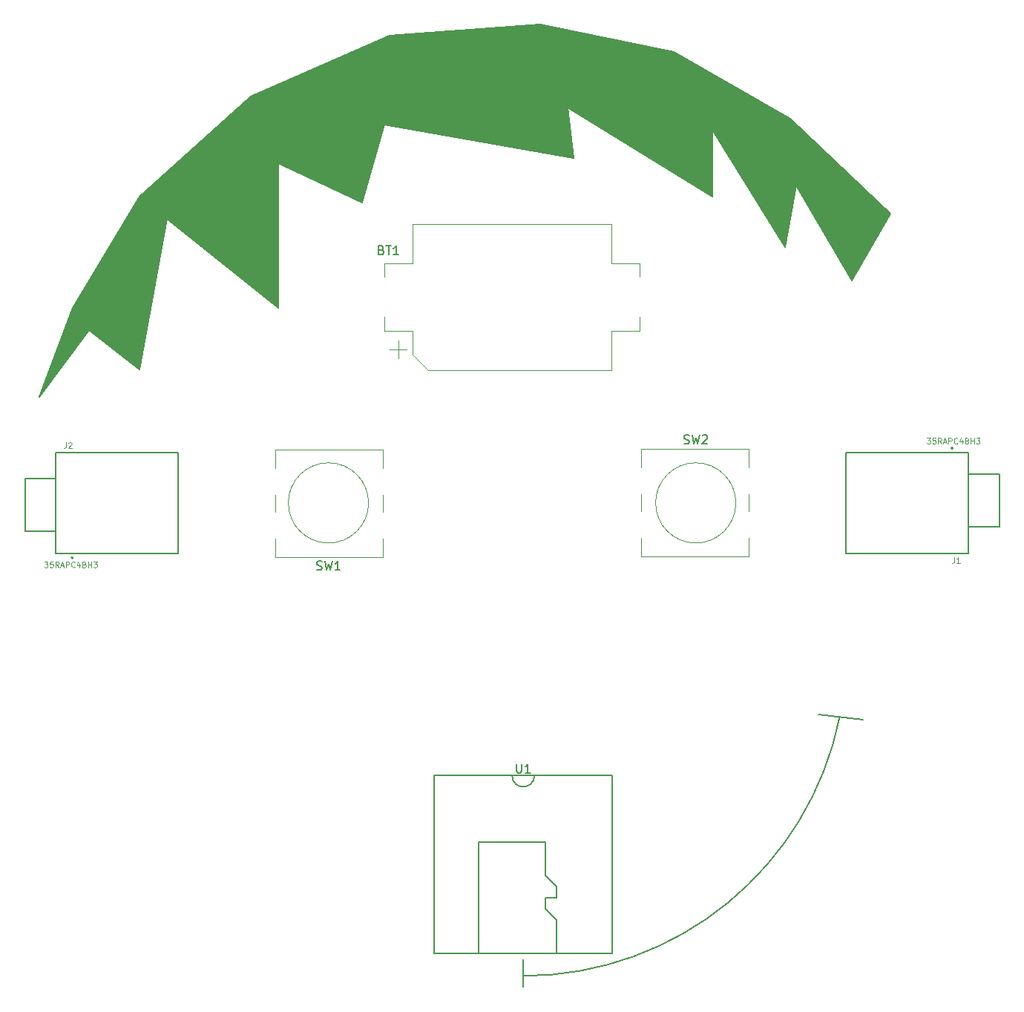
<source format=gto>
G04 #@! TF.GenerationSoftware,KiCad,Pcbnew,(5.0.2)-1*
G04 #@! TF.CreationDate,2019-02-20T13:19:55+00:00*
G04 #@! TF.ProjectId,SplitAudio,53706c69-7441-4756-9469-6f2e6b696361,rev?*
G04 #@! TF.SameCoordinates,Original*
G04 #@! TF.FileFunction,Legend,Top*
G04 #@! TF.FilePolarity,Positive*
%FSLAX46Y46*%
G04 Gerber Fmt 4.6, Leading zero omitted, Abs format (unit mm)*
G04 Created by KiCad (PCBNEW (5.0.2)-1) date 20/02/2019 13:19:55*
%MOMM*%
%LPD*%
G01*
G04 APERTURE LIST*
%ADD10C,0.200000*%
%ADD11C,0.150000*%
%ADD12C,0.120000*%
%ADD13C,0.127000*%
%ADD14C,0.050000*%
G04 APERTURE END LIST*
D10*
X150495000Y-123825000D02*
X150495000Y-127000000D01*
X184150000Y-95885000D02*
X189230000Y-96520000D01*
X186609786Y-96122957D02*
G75*
G02X150495000Y-125730000I-36114786J7222957D01*
G01*
D11*
G36*
X95250000Y-59690000D02*
X99060000Y-49530000D01*
X106680000Y-36830000D01*
X119380000Y-25400000D01*
X135255000Y-18415000D01*
X152400000Y-17145000D01*
X167640000Y-20320000D01*
X180975000Y-27940000D01*
X192405000Y-38735000D01*
X187960000Y-46355000D01*
X181610000Y-35560000D01*
X180340000Y-42545000D01*
X172085000Y-29210000D01*
X172085000Y-36830000D01*
X155575000Y-26670000D01*
X156210000Y-32385000D01*
X134620000Y-28575000D01*
X132080000Y-37465000D01*
X122555000Y-33020000D01*
X122555000Y-49530000D01*
X109855000Y-39370000D01*
X106680000Y-56515000D01*
X100965000Y-52070000D01*
X95250000Y-59690000D01*
G37*
X95250000Y-59690000D02*
X99060000Y-49530000D01*
X106680000Y-36830000D01*
X119380000Y-25400000D01*
X135255000Y-18415000D01*
X152400000Y-17145000D01*
X167640000Y-20320000D01*
X180975000Y-27940000D01*
X192405000Y-38735000D01*
X187960000Y-46355000D01*
X181610000Y-35560000D01*
X180340000Y-42545000D01*
X172085000Y-29210000D01*
X172085000Y-36830000D01*
X155575000Y-26670000D01*
X156210000Y-32385000D01*
X134620000Y-28575000D01*
X132080000Y-37465000D01*
X122555000Y-33020000D01*
X122555000Y-49530000D01*
X109855000Y-39370000D01*
X106680000Y-56515000D01*
X100965000Y-52070000D01*
X95250000Y-59690000D01*
D12*
G04 #@! TO.C,BT1*
X160575000Y-52110000D02*
X163775000Y-52110000D01*
X163775000Y-52110000D02*
X163775000Y-50560000D01*
X160575000Y-56610000D02*
X160575000Y-52110000D01*
X160575000Y-56610000D02*
X139675000Y-56610000D01*
X137875000Y-54810000D02*
X137875000Y-52110000D01*
X139675000Y-56610000D02*
X137875000Y-54810000D01*
X137875000Y-52110000D02*
X134675000Y-52110000D01*
X134675000Y-52110000D02*
X134675000Y-50560000D01*
X137875000Y-44410000D02*
X134675000Y-44410000D01*
X134675000Y-44410000D02*
X134675000Y-45960000D01*
X160575000Y-44410000D02*
X163775000Y-44410000D01*
X163775000Y-44410000D02*
X163775000Y-45960000D01*
X137875000Y-39910000D02*
X160575000Y-39910000D01*
X137875000Y-39910000D02*
X137875000Y-44410000D01*
X160575000Y-39910000D02*
X160575000Y-44410000D01*
X136225000Y-53260000D02*
X136225000Y-55260000D01*
X137225000Y-54260000D02*
X135225000Y-54260000D01*
G04 #@! TO.C,SW1*
X132849050Y-71755000D02*
G75*
G03X132849050Y-71755000I-4579050J0D01*
G01*
X134520000Y-75825000D02*
X134520000Y-77945000D01*
X134520000Y-77945000D02*
X122220000Y-77945000D01*
X122220000Y-77945000D02*
X122220000Y-75825000D01*
X122220000Y-72765000D02*
X122220000Y-70825000D01*
X122220000Y-67765000D02*
X122220000Y-65645000D01*
X122220000Y-65645000D02*
X134520000Y-65645000D01*
X134520000Y-65645000D02*
X134520000Y-67765000D01*
X134520000Y-70825000D02*
X134520000Y-72765000D01*
G04 #@! TO.C,SW2*
X163930000Y-72685000D02*
X163930000Y-70745000D01*
X163930000Y-77865000D02*
X163930000Y-75745000D01*
X176230000Y-77865000D02*
X163930000Y-77865000D01*
X176230000Y-75745000D02*
X176230000Y-77865000D01*
X176230000Y-70745000D02*
X176230000Y-72685000D01*
X176230000Y-65565000D02*
X176230000Y-67685000D01*
X163930000Y-65565000D02*
X176230000Y-65565000D01*
X163930000Y-67685000D02*
X163930000Y-65565000D01*
X174759050Y-71755000D02*
G75*
G03X174759050Y-71755000I-4579050J0D01*
G01*
D11*
G04 #@! TO.C,U1*
X140335000Y-123190000D02*
X160655000Y-123190000D01*
X160655000Y-123190000D02*
X160655000Y-102870000D01*
X160655000Y-102870000D02*
X140335000Y-102870000D01*
X140335000Y-102870000D02*
X140335000Y-123190000D01*
X151765000Y-102870000D02*
G75*
G02X149225000Y-102870000I-1270000J0D01*
G01*
X145415000Y-123190000D02*
X145415000Y-110490000D01*
X145415000Y-110490000D02*
X153035000Y-110490000D01*
X153035000Y-110490000D02*
X153035000Y-114300000D01*
X153035000Y-114300000D02*
X154305000Y-115570000D01*
X154305000Y-115570000D02*
X154305000Y-116840000D01*
X154305000Y-116840000D02*
X153035000Y-116840000D01*
X153035000Y-116840000D02*
X153035000Y-118110000D01*
X153035000Y-118110000D02*
X154305000Y-119380000D01*
X154305000Y-119380000D02*
X154305000Y-123190000D01*
D13*
G04 #@! TO.C,J1*
X201310000Y-77505000D02*
X187310000Y-77505000D01*
X187310000Y-77505000D02*
X187310000Y-66005000D01*
X187310000Y-66005000D02*
X201310000Y-66005000D01*
X201310000Y-66005000D02*
X201310000Y-68505000D01*
X201310000Y-68505000D02*
X201310000Y-74505000D01*
X201310000Y-74505000D02*
X201310000Y-77505000D01*
D10*
X199510000Y-65505000D02*
G75*
G03X199510000Y-65505000I-100000J0D01*
G01*
D13*
X201310000Y-74505000D02*
X204810000Y-74505000D01*
X204810000Y-74505000D02*
X204810000Y-68505000D01*
X204810000Y-68505000D02*
X201310000Y-68505000D01*
G04 #@! TO.C,J2*
X93640000Y-75005000D02*
X97140000Y-75005000D01*
X93640000Y-69005000D02*
X93640000Y-75005000D01*
X97140000Y-69005000D02*
X93640000Y-69005000D01*
D10*
X99140000Y-78005000D02*
G75*
G03X99140000Y-78005000I-100000J0D01*
G01*
D13*
X97140000Y-69005000D02*
X97140000Y-66005000D01*
X97140000Y-75005000D02*
X97140000Y-69005000D01*
X97140000Y-77505000D02*
X97140000Y-75005000D01*
X111140000Y-77505000D02*
X97140000Y-77505000D01*
X111140000Y-66005000D02*
X111140000Y-77505000D01*
X97140000Y-66005000D02*
X111140000Y-66005000D01*
G04 #@! TO.C,BT1*
D11*
X134314285Y-42888571D02*
X134457142Y-42936190D01*
X134504761Y-42983809D01*
X134552380Y-43079047D01*
X134552380Y-43221904D01*
X134504761Y-43317142D01*
X134457142Y-43364761D01*
X134361904Y-43412380D01*
X133980952Y-43412380D01*
X133980952Y-42412380D01*
X134314285Y-42412380D01*
X134409523Y-42460000D01*
X134457142Y-42507619D01*
X134504761Y-42602857D01*
X134504761Y-42698095D01*
X134457142Y-42793333D01*
X134409523Y-42840952D01*
X134314285Y-42888571D01*
X133980952Y-42888571D01*
X134838095Y-42412380D02*
X135409523Y-42412380D01*
X135123809Y-43412380D02*
X135123809Y-42412380D01*
X136266666Y-43412380D02*
X135695238Y-43412380D01*
X135980952Y-43412380D02*
X135980952Y-42412380D01*
X135885714Y-42555238D01*
X135790476Y-42650476D01*
X135695238Y-42698095D01*
G04 #@! TO.C,SW1*
X126936666Y-79359761D02*
X127079523Y-79407380D01*
X127317619Y-79407380D01*
X127412857Y-79359761D01*
X127460476Y-79312142D01*
X127508095Y-79216904D01*
X127508095Y-79121666D01*
X127460476Y-79026428D01*
X127412857Y-78978809D01*
X127317619Y-78931190D01*
X127127142Y-78883571D01*
X127031904Y-78835952D01*
X126984285Y-78788333D01*
X126936666Y-78693095D01*
X126936666Y-78597857D01*
X126984285Y-78502619D01*
X127031904Y-78455000D01*
X127127142Y-78407380D01*
X127365238Y-78407380D01*
X127508095Y-78455000D01*
X127841428Y-78407380D02*
X128079523Y-79407380D01*
X128270000Y-78693095D01*
X128460476Y-79407380D01*
X128698571Y-78407380D01*
X129603333Y-79407380D02*
X129031904Y-79407380D01*
X129317619Y-79407380D02*
X129317619Y-78407380D01*
X129222380Y-78550238D01*
X129127142Y-78645476D01*
X129031904Y-78693095D01*
G04 #@! TO.C,SW2*
X168846666Y-64959761D02*
X168989523Y-65007380D01*
X169227619Y-65007380D01*
X169322857Y-64959761D01*
X169370476Y-64912142D01*
X169418095Y-64816904D01*
X169418095Y-64721666D01*
X169370476Y-64626428D01*
X169322857Y-64578809D01*
X169227619Y-64531190D01*
X169037142Y-64483571D01*
X168941904Y-64435952D01*
X168894285Y-64388333D01*
X168846666Y-64293095D01*
X168846666Y-64197857D01*
X168894285Y-64102619D01*
X168941904Y-64055000D01*
X169037142Y-64007380D01*
X169275238Y-64007380D01*
X169418095Y-64055000D01*
X169751428Y-64007380D02*
X169989523Y-65007380D01*
X170180000Y-64293095D01*
X170370476Y-65007380D01*
X170608571Y-64007380D01*
X170941904Y-64102619D02*
X170989523Y-64055000D01*
X171084761Y-64007380D01*
X171322857Y-64007380D01*
X171418095Y-64055000D01*
X171465714Y-64102619D01*
X171513333Y-64197857D01*
X171513333Y-64293095D01*
X171465714Y-64435952D01*
X170894285Y-65007380D01*
X171513333Y-65007380D01*
G04 #@! TO.C,U1*
X149733095Y-101552380D02*
X149733095Y-102361904D01*
X149780714Y-102457142D01*
X149828333Y-102504761D01*
X149923571Y-102552380D01*
X150114047Y-102552380D01*
X150209285Y-102504761D01*
X150256904Y-102457142D01*
X150304523Y-102361904D01*
X150304523Y-101552380D01*
X151304523Y-102552380D02*
X150733095Y-102552380D01*
X151018809Y-102552380D02*
X151018809Y-101552380D01*
X150923571Y-101695238D01*
X150828333Y-101790476D01*
X150733095Y-101838095D01*
G04 #@! TO.C,J1*
D14*
X199673615Y-77963867D02*
X199673615Y-78421227D01*
X199643124Y-78512699D01*
X199582143Y-78573680D01*
X199490671Y-78604171D01*
X199429690Y-78604171D01*
X200313919Y-78604171D02*
X199948031Y-78604171D01*
X200130975Y-78604171D02*
X200130975Y-77963867D01*
X200069994Y-78055339D01*
X200009012Y-78116320D01*
X199948031Y-78146811D01*
X196562821Y-64354467D02*
X196959358Y-64354467D01*
X196745838Y-64598490D01*
X196837347Y-64598490D01*
X196898352Y-64628992D01*
X196928855Y-64659495D01*
X196959358Y-64720501D01*
X196959358Y-64873015D01*
X196928855Y-64934021D01*
X196898352Y-64964523D01*
X196837347Y-64995026D01*
X196654330Y-64995026D01*
X196593324Y-64964523D01*
X196562821Y-64934021D01*
X197538911Y-64354467D02*
X197233883Y-64354467D01*
X197203380Y-64659495D01*
X197233883Y-64628992D01*
X197294889Y-64598490D01*
X197447403Y-64598490D01*
X197508408Y-64628992D01*
X197538911Y-64659495D01*
X197569414Y-64720501D01*
X197569414Y-64873015D01*
X197538911Y-64934021D01*
X197508408Y-64964523D01*
X197447403Y-64995026D01*
X197294889Y-64995026D01*
X197233883Y-64964523D01*
X197203380Y-64934021D01*
X198209973Y-64995026D02*
X197996453Y-64689998D01*
X197843939Y-64995026D02*
X197843939Y-64354467D01*
X198087962Y-64354467D01*
X198148967Y-64384970D01*
X198179470Y-64415473D01*
X198209973Y-64476478D01*
X198209973Y-64567987D01*
X198179470Y-64628992D01*
X198148967Y-64659495D01*
X198087962Y-64689998D01*
X197843939Y-64689998D01*
X198453996Y-64812009D02*
X198759024Y-64812009D01*
X198392990Y-64995026D02*
X198606510Y-64354467D01*
X198820029Y-64995026D01*
X199033549Y-64995026D02*
X199033549Y-64354467D01*
X199277571Y-64354467D01*
X199338577Y-64384970D01*
X199369080Y-64415473D01*
X199399583Y-64476478D01*
X199399583Y-64567987D01*
X199369080Y-64628992D01*
X199338577Y-64659495D01*
X199277571Y-64689998D01*
X199033549Y-64689998D01*
X200040142Y-64934021D02*
X200009639Y-64964523D01*
X199918130Y-64995026D01*
X199857125Y-64995026D01*
X199765616Y-64964523D01*
X199704611Y-64903518D01*
X199674108Y-64842512D01*
X199643605Y-64720501D01*
X199643605Y-64628992D01*
X199674108Y-64506981D01*
X199704611Y-64445976D01*
X199765616Y-64384970D01*
X199857125Y-64354467D01*
X199918130Y-64354467D01*
X200009639Y-64384970D01*
X200040142Y-64415473D01*
X200589192Y-64567987D02*
X200589192Y-64995026D01*
X200436678Y-64323964D02*
X200284164Y-64781507D01*
X200680701Y-64781507D01*
X201138243Y-64659495D02*
X201229751Y-64689998D01*
X201260254Y-64720501D01*
X201290757Y-64781507D01*
X201290757Y-64873015D01*
X201260254Y-64934021D01*
X201229751Y-64964523D01*
X201168746Y-64995026D01*
X200924723Y-64995026D01*
X200924723Y-64354467D01*
X201138243Y-64354467D01*
X201199248Y-64384970D01*
X201229751Y-64415473D01*
X201260254Y-64476478D01*
X201260254Y-64537484D01*
X201229751Y-64598490D01*
X201199248Y-64628992D01*
X201138243Y-64659495D01*
X200924723Y-64659495D01*
X201565282Y-64995026D02*
X201565282Y-64354467D01*
X201565282Y-64659495D02*
X201931316Y-64659495D01*
X201931316Y-64995026D02*
X201931316Y-64354467D01*
X202175338Y-64354467D02*
X202571875Y-64354467D01*
X202358355Y-64598490D01*
X202449864Y-64598490D01*
X202510869Y-64628992D01*
X202541372Y-64659495D01*
X202571875Y-64720501D01*
X202571875Y-64873015D01*
X202541372Y-64934021D01*
X202510869Y-64964523D01*
X202449864Y-64995026D01*
X202266847Y-64995026D01*
X202205841Y-64964523D01*
X202175338Y-64934021D01*
G04 #@! TO.C,J2*
X98349515Y-64844847D02*
X98349515Y-65302207D01*
X98319024Y-65393679D01*
X98258043Y-65454660D01*
X98166571Y-65485151D01*
X98105590Y-65485151D01*
X98623931Y-64905828D02*
X98654422Y-64875338D01*
X98715403Y-64844847D01*
X98867856Y-64844847D01*
X98928838Y-64875338D01*
X98959328Y-64905828D01*
X98989819Y-64966810D01*
X98989819Y-65027791D01*
X98959328Y-65119263D01*
X98593440Y-65485151D01*
X98989819Y-65485151D01*
X95847621Y-78453967D02*
X96244158Y-78453967D01*
X96030638Y-78697990D01*
X96122147Y-78697990D01*
X96183152Y-78728492D01*
X96213655Y-78758995D01*
X96244158Y-78820001D01*
X96244158Y-78972515D01*
X96213655Y-79033521D01*
X96183152Y-79064023D01*
X96122147Y-79094526D01*
X95939130Y-79094526D01*
X95878124Y-79064023D01*
X95847621Y-79033521D01*
X96823711Y-78453967D02*
X96518683Y-78453967D01*
X96488180Y-78758995D01*
X96518683Y-78728492D01*
X96579689Y-78697990D01*
X96732203Y-78697990D01*
X96793208Y-78728492D01*
X96823711Y-78758995D01*
X96854214Y-78820001D01*
X96854214Y-78972515D01*
X96823711Y-79033521D01*
X96793208Y-79064023D01*
X96732203Y-79094526D01*
X96579689Y-79094526D01*
X96518683Y-79064023D01*
X96488180Y-79033521D01*
X97494773Y-79094526D02*
X97281253Y-78789498D01*
X97128739Y-79094526D02*
X97128739Y-78453967D01*
X97372762Y-78453967D01*
X97433767Y-78484470D01*
X97464270Y-78514973D01*
X97494773Y-78575978D01*
X97494773Y-78667487D01*
X97464270Y-78728492D01*
X97433767Y-78758995D01*
X97372762Y-78789498D01*
X97128739Y-78789498D01*
X97738796Y-78911509D02*
X98043824Y-78911509D01*
X97677790Y-79094526D02*
X97891310Y-78453967D01*
X98104829Y-79094526D01*
X98318349Y-79094526D02*
X98318349Y-78453967D01*
X98562371Y-78453967D01*
X98623377Y-78484470D01*
X98653880Y-78514973D01*
X98684383Y-78575978D01*
X98684383Y-78667487D01*
X98653880Y-78728492D01*
X98623377Y-78758995D01*
X98562371Y-78789498D01*
X98318349Y-78789498D01*
X99324942Y-79033521D02*
X99294439Y-79064023D01*
X99202930Y-79094526D01*
X99141925Y-79094526D01*
X99050416Y-79064023D01*
X98989411Y-79003018D01*
X98958908Y-78942012D01*
X98928405Y-78820001D01*
X98928405Y-78728492D01*
X98958908Y-78606481D01*
X98989411Y-78545476D01*
X99050416Y-78484470D01*
X99141925Y-78453967D01*
X99202930Y-78453967D01*
X99294439Y-78484470D01*
X99324942Y-78514973D01*
X99873992Y-78667487D02*
X99873992Y-79094526D01*
X99721478Y-78423464D02*
X99568964Y-78881007D01*
X99965501Y-78881007D01*
X100423043Y-78758995D02*
X100514551Y-78789498D01*
X100545054Y-78820001D01*
X100575557Y-78881007D01*
X100575557Y-78972515D01*
X100545054Y-79033521D01*
X100514551Y-79064023D01*
X100453546Y-79094526D01*
X100209523Y-79094526D01*
X100209523Y-78453967D01*
X100423043Y-78453967D01*
X100484048Y-78484470D01*
X100514551Y-78514973D01*
X100545054Y-78575978D01*
X100545054Y-78636984D01*
X100514551Y-78697990D01*
X100484048Y-78728492D01*
X100423043Y-78758995D01*
X100209523Y-78758995D01*
X100850082Y-79094526D02*
X100850082Y-78453967D01*
X100850082Y-78758995D02*
X101216116Y-78758995D01*
X101216116Y-79094526D02*
X101216116Y-78453967D01*
X101460138Y-78453967D02*
X101856675Y-78453967D01*
X101643155Y-78697990D01*
X101734664Y-78697990D01*
X101795669Y-78728492D01*
X101826172Y-78758995D01*
X101856675Y-78820001D01*
X101856675Y-78972515D01*
X101826172Y-79033521D01*
X101795669Y-79064023D01*
X101734664Y-79094526D01*
X101551647Y-79094526D01*
X101490641Y-79064023D01*
X101460138Y-79033521D01*
G04 #@! TD*
M02*

</source>
